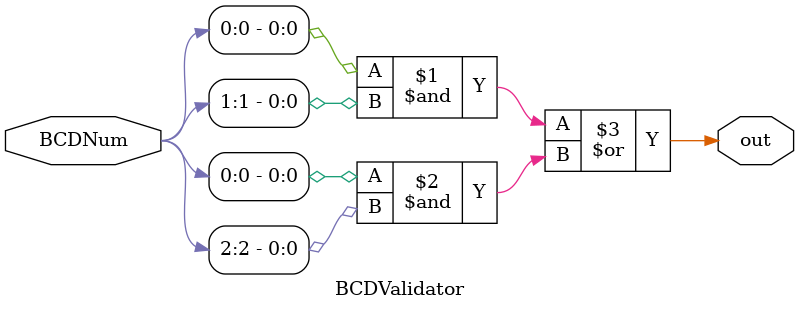
<source format=v>
/* BCDValidator:
    Recibe: Un numero BCD de un dígito en forma de arreglo
    Devuelve: out = 0 si el número es válido, out = 1 si no lo se
    Función: verifica que el número sea válido para el formato BCD, es decir, BCDNum <= 9

*/
module BCDValidator(BCDNum, out);
    input [0:3]BCDNum;
    output out;
    assign out = (BCDNum[0] & BCDNum[1]) | (BCDNum[0] & BCDNum[2]);  //out = 1 si BCDNum > 9. Se podría haber escrito también BCDNum > 9.          
endmodule
</source>
